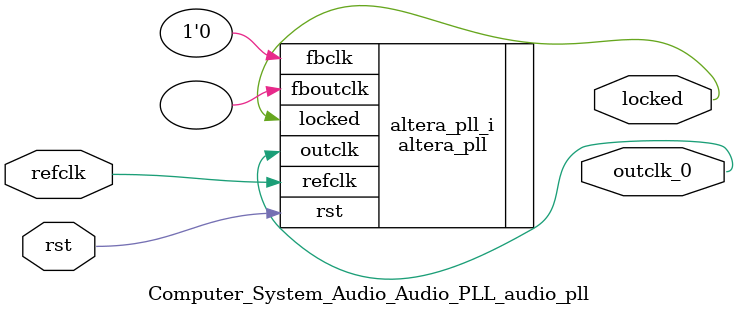
<source format=v>
`timescale 1ns/10ps
module  Computer_System_Audio_Audio_PLL_audio_pll(

	// interface 'refclk'
	input wire refclk,

	// interface 'reset'
	input wire rst,

	// interface 'outclk0'
	output wire outclk_0,

	// interface 'locked'
	output wire locked
);

	altera_pll #(
		.fractional_vco_multiplier("false"),
		.reference_clock_frequency("50.0 MHz"),
		.operation_mode("direct"),
		.number_of_clocks(1),
		.output_clock_frequency0("12.288135 MHz"),
		.phase_shift0("0 ps"),
		.duty_cycle0(50),
		.output_clock_frequency1("0 MHz"),
		.phase_shift1("0 ps"),
		.duty_cycle1(50),
		.output_clock_frequency2("0 MHz"),
		.phase_shift2("0 ps"),
		.duty_cycle2(50),
		.output_clock_frequency3("0 MHz"),
		.phase_shift3("0 ps"),
		.duty_cycle3(50),
		.output_clock_frequency4("0 MHz"),
		.phase_shift4("0 ps"),
		.duty_cycle4(50),
		.output_clock_frequency5("0 MHz"),
		.phase_shift5("0 ps"),
		.duty_cycle5(50),
		.output_clock_frequency6("0 MHz"),
		.phase_shift6("0 ps"),
		.duty_cycle6(50),
		.output_clock_frequency7("0 MHz"),
		.phase_shift7("0 ps"),
		.duty_cycle7(50),
		.output_clock_frequency8("0 MHz"),
		.phase_shift8("0 ps"),
		.duty_cycle8(50),
		.output_clock_frequency9("0 MHz"),
		.phase_shift9("0 ps"),
		.duty_cycle9(50),
		.output_clock_frequency10("0 MHz"),
		.phase_shift10("0 ps"),
		.duty_cycle10(50),
		.output_clock_frequency11("0 MHz"),
		.phase_shift11("0 ps"),
		.duty_cycle11(50),
		.output_clock_frequency12("0 MHz"),
		.phase_shift12("0 ps"),
		.duty_cycle12(50),
		.output_clock_frequency13("0 MHz"),
		.phase_shift13("0 ps"),
		.duty_cycle13(50),
		.output_clock_frequency14("0 MHz"),
		.phase_shift14("0 ps"),
		.duty_cycle14(50),
		.output_clock_frequency15("0 MHz"),
		.phase_shift15("0 ps"),
		.duty_cycle15(50),
		.output_clock_frequency16("0 MHz"),
		.phase_shift16("0 ps"),
		.duty_cycle16(50),
		.output_clock_frequency17("0 MHz"),
		.phase_shift17("0 ps"),
		.duty_cycle17(50),
		.pll_type("General"),
		.pll_subtype("General")
	) altera_pll_i (
		.rst	(rst),
		.outclk	({outclk_0}),
		.locked	(locked),
		.fboutclk	( ),
		.fbclk	(1'b0),
		.refclk	(refclk)
	);
endmodule


</source>
